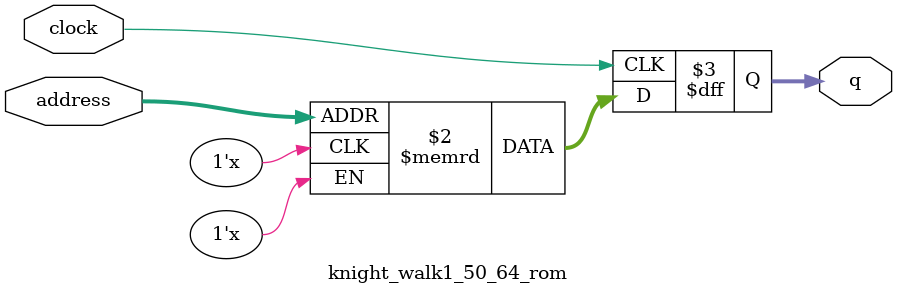
<source format=sv>
module knight_walk1_50_64_rom (
	input logic clock,
	input logic [11:0] address,
	output logic [2:0] q
);

logic [2:0] memory [0:3199] /* synthesis ram_init_file = "./knight_walk1_50_64/knight_walk1_50_64.mif" */;

always_ff @ (posedge clock) begin
	q <= memory[address];
end

endmodule

</source>
